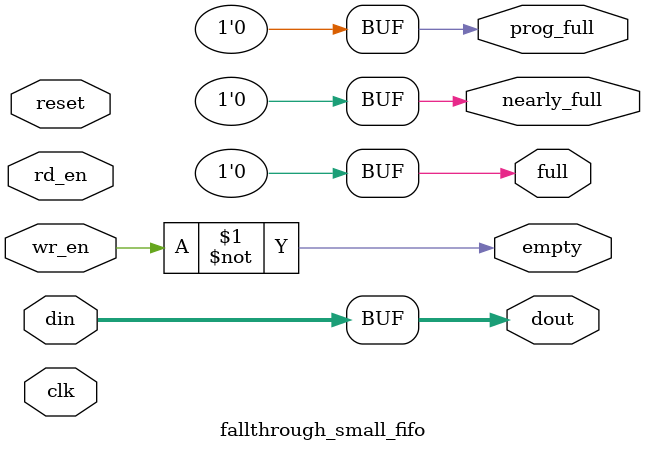
<source format=v>
`timescale 1ns/1ps

  module fallthrough_small_fifo
    #(parameter WIDTH = 72,
      parameter MAX_DEPTH_BITS = 3,
      parameter PROG_FULL_THRESHOLD = 2**MAX_DEPTH_BITS - 1)
    (
                   
     input [WIDTH-1:0] din,     // Data in
     input          wr_en,   // Write enable
     
     input          rd_en,   // Read the next word 
     
     output [WIDTH-1:0]  dout,    // Data out
     output         full,
     output         nearly_full,
     output         prog_full,
     output reg     empty,
     
     input          reset,
     input          clk
     );




    assign dout        = din;
    assign empty       = ~wr_en;
    assign full        = 1'b0;
    assign nearly_full = 1'b0;
    assign prog_full   = 1'b0;

endmodule // fallthrough_small_fifo

      


  
   


</source>
